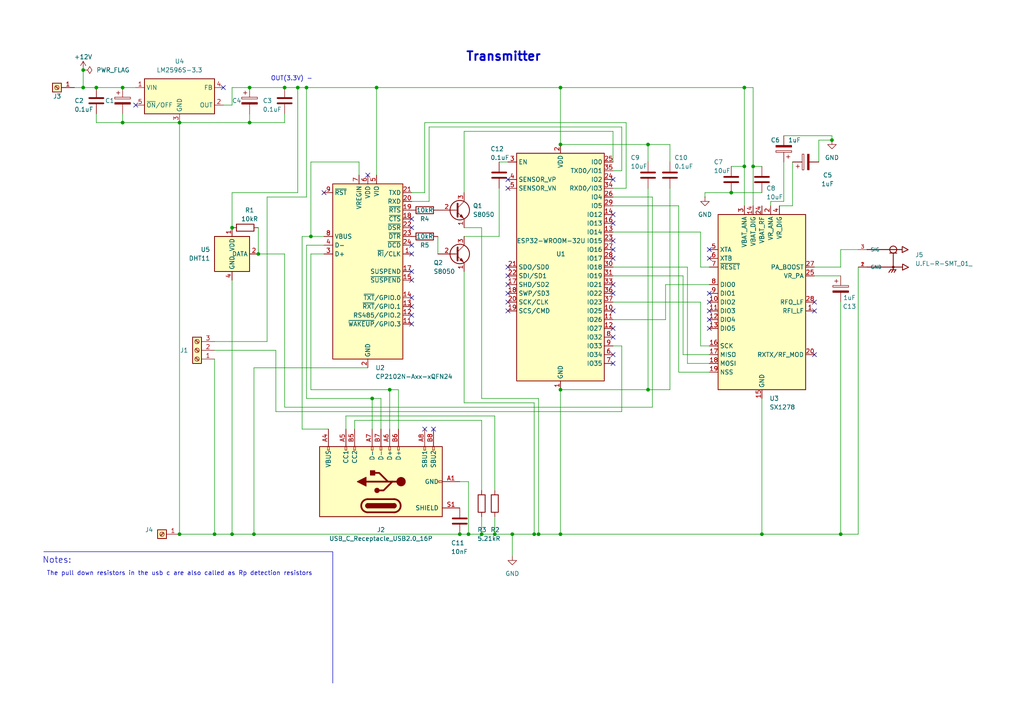
<source format=kicad_sch>
(kicad_sch (version 20231120) (generator "eeschema") (generator_version "8.0")
  (paper "A4")
  (lib_symbols
    (symbol "Connector:Screw_Terminal_01x01" (pin_names (offset 1.016) hide)
      (property "Reference" "J" (at 0 2.54 0))
      (property "Value" "Screw_Terminal_01x01" (at 0 -2.54 0))
      (symbol "Screw_Terminal_01x01_1_1"
        (rectangle (start -1.27 1.27) (end 1.27 -1.27) (stroke (width 0.254)) (fill (type background)))
        (polyline (pts (xy -0.5334 0.3302) (xy 0.3302 -0.508)) (stroke (width 0.1524)))
        (polyline (pts (xy -0.3556 0.508) (xy 0.508 -0.3302)) (stroke (width 0.1524)))
        (circle (center 0 0) (radius 0.635) (stroke (width 0.1524)))
        (pin passive line (at -5.08 0 0) (length 3.81) (name "Pin_1") (number "1"))
      )
    )
    (symbol "Connector:Screw_Terminal_01x03" (pin_names (offset 1.016) hide)
      (property "Reference" "J" (at 0 5.08 0))
      (property "Value" "Screw_Terminal_01x03" (at 0 -5.08 0))
      (symbol "Screw_Terminal_01x03_1_1"
        (rectangle (start -1.27 3.81) (end 1.27 -3.81) (stroke (width 0.254)) (fill (type background)))
        (circle (center 0 -2.54) (radius 0.635) (stroke (width 0.1524)))
        (polyline (pts (xy -0.5334 -2.2098) (xy 0.3302 -3.048)) (stroke (width 0.1524)))
        (polyline (pts (xy -0.5334 0.3302) (xy 0.3302 -0.508)) (stroke (width 0.1524)))
        (polyline (pts (xy -0.5334 2.8702) (xy 0.3302 2.032)) (stroke (width 0.1524)))
        (polyline (pts (xy -0.3556 -2.032) (xy 0.508 -2.8702)) (stroke (width 0.1524)))
        (polyline (pts (xy -0.3556 0.508) (xy 0.508 -0.3302)) (stroke (width 0.1524)))
        (polyline (pts (xy -0.3556 3.048) (xy 0.508 2.2098)) (stroke (width 0.1524)))
        (circle (center 0 0) (radius 0.635) (stroke (width 0.1524)))
        (circle (center 0 2.54) (radius 0.635) (stroke (width 0.1524)))
        (pin passive line (at -5.08 2.54 0) (length 3.81) (name "Pin_1") (number "1"))
        (pin passive line (at -5.08 0 0) (length 3.81) (name "Pin_2") (number "2"))
        (pin passive line (at -5.08 -2.54 0) (length 3.81) (name "Pin_3") (number "3"))
      )
    )
    (symbol "Connector:USB_C_Receptacle_USB2.0_16P" (pin_names (offset 1.016))
      (property "Reference" "J" (at 0 22.225 0))
      (property "Value" "USB_C_Receptacle_USB2.0_16P" (at 0 19.685 0))
      (symbol "USB_C_Receptacle_USB2.0_16P_0_0"
        (rectangle (start -0.254 -17.78) (end 0.254 -16.764))
        (rectangle (start 10.16 -14.986) (end 9.144 -15.494))
        (rectangle (start 10.16 -12.446) (end 9.144 -12.954))
        (rectangle (start 10.16 -4.826) (end 9.144 -5.334))
        (rectangle (start 10.16 -2.286) (end 9.144 -2.794))
        (rectangle (start 10.16 0.254) (end 9.144 -0.254))
        (rectangle (start 10.16 2.794) (end 9.144 2.286))
        (rectangle (start 10.16 7.874) (end 9.144 7.366))
        (rectangle (start 10.16 10.414) (end 9.144 9.906))
        (rectangle (start 10.16 15.494) (end 9.144 14.986))
      )
      (symbol "USB_C_Receptacle_USB2.0_16P_0_1"
        (rectangle (start -10.16 17.78) (end 10.16 -17.78) (stroke (width 0.254)) (fill (type background)))
        (arc (start -8.89 -3.81) (mid -6.985 -5.7067) (end -5.08 -3.81) (stroke (width 0.508)))
        (arc (start -7.62 -3.81) (mid -6.985 -4.4423) (end -6.35 -3.81) (stroke (width 0.254)))
        (arc (start -7.62 -3.81) (mid -6.985 -4.4423) (end -6.35 -3.81) (stroke (width 0.254)) (fill (type outline)))
        (rectangle (start -7.62 -3.81) (end -6.35 3.81) (stroke (width 0.254)) (fill (type outline)))
        (arc (start -6.35 3.81) (mid -6.985 4.4423) (end -7.62 3.81) (stroke (width 0.254)))
        (arc (start -6.35 3.81) (mid -6.985 4.4423) (end -7.62 3.81) (stroke (width 0.254)) (fill (type outline)))
        (arc (start -5.08 3.81) (mid -6.985 5.7067) (end -8.89 3.81) (stroke (width 0.508)))
        (circle (center -2.54 1.143) (radius 0.635) (stroke (width 0.254)) (fill (type outline)))
        (circle (center 0 -5.842) (radius 1.27) (fill (type outline)))
        (polyline (pts (xy -8.89 -3.81) (xy -8.89 3.81)) (stroke (width 0.508)))
        (polyline (pts (xy -5.08 3.81) (xy -5.08 -3.81)) (stroke (width 0.508)))
        (polyline (pts (xy 0 -5.842) (xy 0 4.318)) (stroke (width 0.508)))
        (polyline (pts (xy 0 -3.302) (xy -2.54 -0.762) (xy -2.54 0.508)) (stroke (width 0.508)))
        (polyline (pts (xy 0 -2.032) (xy 2.54 0.508) (xy 2.54 1.778)) (stroke (width 0.508)))
        (polyline (pts (xy -1.27 4.318) (xy 0 6.858) (xy 1.27 4.318) (xy -1.27 4.318)) (stroke (width 0.254)) (fill (type outline)))
        (rectangle (start 1.905 1.778) (end 3.175 3.048) (stroke (width 0.254)) (fill (type outline)))
      )
      (symbol "USB_C_Receptacle_USB2.0_16P_1_1"
        (pin passive line (at 0 -22.86 90) (length 5.08) (name "GND") (number "A1"))
        (pin passive line (at 0 -22.86 90) (length 5.08) hide (name "GND") (number "A12"))
        (pin passive line (at 15.24 15.24 180) (length 5.08) (name "VBUS") (number "A4"))
        (pin bidirectional line (at 15.24 10.16 180) (length 5.08) (name "CC1") (number "A5"))
        (pin bidirectional line (at 15.24 -2.54 180) (length 5.08) (name "D+") (number "A6"))
        (pin bidirectional line (at 15.24 2.54 180) (length 5.08) (name "D-") (number "A7"))
        (pin bidirectional line (at 15.24 -12.7 180) (length 5.08) (name "SBU1") (number "A8"))
        (pin passive line (at 15.24 15.24 180) (length 5.08) hide (name "VBUS") (number "A9"))
        (pin passive line (at 0 -22.86 90) (length 5.08) hide (name "GND") (number "B1"))
        (pin passive line (at 0 -22.86 90) (length 5.08) hide (name "GND") (number "B12"))
        (pin passive line (at 15.24 15.24 180) (length 5.08) hide (name "VBUS") (number "B4"))
        (pin bidirectional line (at 15.24 7.62 180) (length 5.08) (name "CC2") (number "B5"))
        (pin bidirectional line (at 15.24 -5.08 180) (length 5.08) (name "D+") (number "B6"))
        (pin bidirectional line (at 15.24 0 180) (length 5.08) (name "D-") (number "B7"))
        (pin bidirectional line (at 15.24 -15.24 180) (length 5.08) (name "SBU2") (number "B8"))
        (pin passive line (at 15.24 15.24 180) (length 5.08) hide (name "VBUS") (number "B9"))
        (pin passive line (at -7.62 -22.86 90) (length 5.08) (name "SHIELD") (number "S1"))
      )
    )
    (symbol "Device:C" (pin_numbers hide) (pin_names (offset 0.254))
      (property "Reference" "C" (at 0.635 2.54 0))
      (property "Value" "C" (at 0.635 -2.54 0))
      (symbol "C_0_1"
        (polyline (pts (xy -2.032 -0.762) (xy 2.032 -0.762)) (stroke (width 0.508)))
        (polyline (pts (xy -2.032 0.762) (xy 2.032 0.762)) (stroke (width 0.508)))
      )
      (symbol "C_1_1"
        (pin passive line (at 0 3.81 270) (length 2.794) (name "~") (number "1"))
        (pin passive line (at 0 -3.81 90) (length 2.794) (name "~") (number "2"))
      )
    )
    (symbol "Device:C_Polarized" (pin_numbers hide) (pin_names (offset 0.254))
      (property "Reference" "C" (at 0.635 2.54 0))
      (property "Value" "C_Polarized" (at 0.635 -2.54 0))
      (symbol "C_Polarized_0_1"
        (rectangle (start -2.286 0.508) (end 2.286 1.016))
        (polyline (pts (xy -1.778 2.286) (xy -0.762 2.286)))
        (polyline (pts (xy -1.27 2.794) (xy -1.27 1.778)))
        (rectangle (start 2.286 -0.508) (end -2.286 -1.016) (fill (type outline)))
      )
      (symbol "C_Polarized_1_1"
        (pin passive line (at 0 3.81 270) (length 2.794) (name "~") (number "1"))
        (pin passive line (at 0 -3.81 90) (length 2.794) (name "~") (number "2"))
      )
    )
    (symbol "Device:R" (pin_numbers hide) (pin_names (offset 0))
      (property "Reference" "R" (at 2.032 0 90))
      (property "Value" "R" (at 0 0 90))
      (symbol "R_0_1"
        (rectangle (start -1.016 -2.54) (end 1.016 2.54) (stroke (width 0.254)))
      )
      (symbol "R_1_1"
        (pin passive line (at 0 3.81 270) (length 1.27) (name "~") (number "1"))
        (pin passive line (at 0 -3.81 90) (length 1.27) (name "~") (number "2"))
      )
    )
    (symbol "Interface_USB:CP2102N-Axx-xQFN24"
      (property "Reference" "U" (at -8.89 26.67 0))
      (property "Value" "CP2102N-Axx-xQFN24" (at 13.97 26.67 0))
      (symbol "CP2102N-Axx-xQFN24_0_1"
        (rectangle (start -10.16 25.4) (end 10.16 -25.4) (stroke (width 0.254)) (fill (type background)))
      )
      (symbol "CP2102N-Axx-xQFN24_1_1"
        (pin bidirectional line (at 12.7 5.08 180) (length 2.54) (name "~{RI}/CLK") (number "1"))
        (pin no_connect line (at -10.16 -22.86 0) (length 2.54) hide (name "NC") (number "10"))
        (pin bidirectional line (at 12.7 -15.24 180) (length 2.54) (name "~{WAKEUP}/GPIO.3") (number "11"))
        (pin bidirectional line (at 12.7 -12.7 180) (length 2.54) (name "RS485/GPIO.2") (number "12"))
        (pin bidirectional line (at 12.7 -10.16 180) (length 2.54) (name "~{RXT}/GPIO.1") (number "13"))
        (pin bidirectional line (at 12.7 -7.62 180) (length 2.54) (name "~{TXT}/GPIO.0") (number "14"))
        (pin output line (at 12.7 -2.54 180) (length 2.54) (name "~{SUSPEND}") (number "15"))
        (pin no_connect line (at 10.16 -22.86 180) (length 2.54) hide (name "NC") (number "16"))
        (pin output line (at 12.7 0 180) (length 2.54) (name "SUSPEND") (number "17"))
        (pin input line (at 12.7 15.24 180) (length 2.54) (name "~{CTS}") (number "18"))
        (pin output line (at 12.7 17.78 180) (length 2.54) (name "~{RTS}") (number "19"))
        (pin power_in line (at 0 -27.94 90) (length 2.54) (name "GND") (number "2"))
        (pin input line (at 12.7 20.32 180) (length 2.54) (name "RXD") (number "20"))
        (pin output line (at 12.7 22.86 180) (length 2.54) (name "TXD") (number "21"))
        (pin input line (at 12.7 12.7 180) (length 2.54) (name "~{DSR}") (number "22"))
        (pin output line (at 12.7 10.16 180) (length 2.54) (name "~{DTR}") (number "23"))
        (pin input line (at 12.7 7.62 180) (length 2.54) (name "~{DCD}") (number "24"))
        (pin passive line (at 0 -27.94 90) (length 2.54) hide (name "GND") (number "25"))
        (pin bidirectional line (at -12.7 5.08 0) (length 2.54) (name "D+") (number "3"))
        (pin bidirectional line (at -12.7 7.62 0) (length 2.54) (name "D-") (number "4"))
        (pin power_in line (at 2.54 27.94 270) (length 2.54) (name "VIO") (number "5"))
        (pin power_in line (at 0 27.94 270) (length 2.54) (name "VDD") (number "6"))
        (pin power_in line (at -2.54 27.94 270) (length 2.54) (name "VREGIN") (number "7"))
        (pin input line (at -12.7 10.16 0) (length 2.54) (name "VBUS") (number "8"))
        (pin input line (at -12.7 22.86 0) (length 2.54) (name "~{RST}") (number "9"))
      )
    )
    (symbol "RF:SX1278"
      (property "Reference" "U" (at 13.97 24.13 0))
      (property "Value" "SX1278" (at 13.97 21.59 0))
      (symbol "SX1278_0_1"
        (rectangle (start -12.7 25.4) (end 12.7 -25.4) (stroke (width 0.254)) (fill (type background)))
      )
      (symbol "SX1278_1_1"
        (pin input line (at 15.24 -2.54 180) (length 2.54) (name "RFI_LF") (number "1"))
        (pin bidirectional line (at -15.24 0 0) (length 2.54) (name "DIO2") (number "10"))
        (pin bidirectional line (at -15.24 -2.54 0) (length 2.54) (name "DIO3") (number "11"))
        (pin bidirectional line (at -15.24 -5.08 0) (length 2.54) (name "DIO4") (number "12"))
        (pin bidirectional line (at -15.24 -7.62 0) (length 2.54) (name "DIO5") (number "13"))
        (pin power_in line (at -2.54 27.94 270) (length 2.54) (name "VBAT_DIG") (number "14"))
        (pin power_in line (at 0 -27.94 90) (length 2.54) (name "GND") (number "15"))
        (pin input line (at -15.24 -12.7 0) (length 2.54) (name "SCK") (number "16"))
        (pin output line (at -15.24 -15.24 0) (length 2.54) (name "MISO") (number "17"))
        (pin input line (at -15.24 -17.78 0) (length 2.54) (name "MOSI") (number "18"))
        (pin input line (at -15.24 -20.32 0) (length 2.54) (name "NSS") (number "19"))
        (pin power_in line (at 2.54 27.94 270) (length 2.54) (name "VR_ANA") (number "2"))
        (pin output line (at 15.24 -15.24 180) (length 2.54) (name "RXTX/RF_MOD") (number "20"))
        (pin passive line (at 0 -27.94 90) (length 2.54) hide (name "GND") (number "21"))
        (pin passive line (at 0 -27.94 90) (length 2.54) hide (name "GND") (number "22"))
        (pin passive line (at 0 -27.94 90) (length 2.54) hide (name "GND") (number "23"))
        (pin power_in line (at 0 27.94 270) (length 2.54) (name "VBAT_RF") (number "24"))
        (pin power_out line (at 15.24 7.62 180) (length 2.54) (name "VR_PA") (number "25"))
        (pin passive line (at 0 -27.94 90) (length 2.54) hide (name "GND") (number "26"))
        (pin power_out line (at 15.24 10.16 180) (length 2.54) (name "PA_BOOST") (number "27"))
        (pin output line (at 15.24 0 180) (length 2.54) (name "RFO_LF") (number "28"))
        (pin passive line (at 0 -27.94 90) (length 2.54) hide (name "GND") (number "29"))
        (pin power_in line (at -5.08 27.94 270) (length 2.54) (name "VBAT_ANA") (number "3"))
        (pin power_in line (at 5.08 27.94 270) (length 2.54) (name "VR_DIG") (number "4"))
        (pin bidirectional line (at -15.24 15.24 0) (length 2.54) (name "XTA") (number "5"))
        (pin bidirectional line (at -15.24 12.7 0) (length 2.54) (name "XTB") (number "6"))
        (pin input line (at -15.24 10.16 0) (length 2.54) (name "~{RESET}") (number "7"))
        (pin bidirectional line (at -15.24 5.08 0) (length 2.54) (name "DIO0") (number "8"))
        (pin bidirectional line (at -15.24 2.54 0) (length 2.54) (name "DIO1") (number "9"))
      )
    )
    (symbol "RF_Module:ESP32-WROOM-32U"
      (property "Reference" "U" (at -12.7 34.29 0))
      (property "Value" "ESP32-WROOM-32U" (at 1.27 34.29 0))
      (symbol "ESP32-WROOM-32U_0_1"
        (rectangle (start -12.7 33.02) (end 12.7 -33.02) (stroke (width 0.254)) (fill (type background)))
      )
      (symbol "ESP32-WROOM-32U_1_1"
        (pin power_in line (at 0 -35.56 90) (length 2.54) (name "GND") (number "1"))
        (pin bidirectional line (at 15.24 -12.7 180) (length 2.54) (name "IO25") (number "10"))
        (pin bidirectional line (at 15.24 -15.24 180) (length 2.54) (name "IO26") (number "11"))
        (pin bidirectional line (at 15.24 -17.78 180) (length 2.54) (name "IO27") (number "12"))
        (pin bidirectional line (at 15.24 10.16 180) (length 2.54) (name "IO14") (number "13"))
        (pin bidirectional line (at 15.24 15.24 180) (length 2.54) (name "IO12") (number "14"))
        (pin passive line (at 0 -35.56 90) (length 2.54) hide (name "GND") (number "15"))
        (pin bidirectional line (at 15.24 12.7 180) (length 2.54) (name "IO13") (number "16"))
        (pin bidirectional line (at -15.24 -5.08 0) (length 2.54) (name "SHD/SD2") (number "17"))
        (pin bidirectional line (at -15.24 -7.62 0) (length 2.54) (name "SWP/SD3") (number "18"))
        (pin bidirectional line (at -15.24 -12.7 0) (length 2.54) (name "SCS/CMD") (number "19"))
        (pin power_in line (at 0 35.56 270) (length 2.54) (name "VDD") (number "2"))
        (pin bidirectional line (at -15.24 -10.16 0) (length 2.54) (name "SCK/CLK") (number "20"))
        (pin bidirectional line (at -15.24 0 0) (length 2.54) (name "SDO/SD0") (number "21"))
        (pin bidirectional line (at -15.24 -2.54 0) (length 2.54) (name "SDI/SD1") (number "22"))
        (pin bidirectional line (at 15.24 7.62 180) (length 2.54) (name "IO15") (number "23"))
        (pin bidirectional line (at 15.24 25.4 180) (length 2.54) (name "IO2") (number "24"))
        (pin bidirectional line (at 15.24 30.48 180) (length 2.54) (name "IO0") (number "25"))
        (pin bidirectional line (at 15.24 20.32 180) (length 2.54) (name "IO4") (number "26"))
        (pin bidirectional line (at 15.24 5.08 180) (length 2.54) (name "IO16") (number "27"))
        (pin bidirectional line (at 15.24 2.54 180) (length 2.54) (name "IO17") (number "28"))
        (pin bidirectional line (at 15.24 17.78 180) (length 2.54) (name "IO5") (number "29"))
        (pin input line (at -15.24 30.48 0) (length 2.54) (name "EN") (number "3"))
        (pin bidirectional line (at 15.24 0 180) (length 2.54) (name "IO18") (number "30"))
        (pin bidirectional line (at 15.24 -2.54 180) (length 2.54) (name "IO19") (number "31"))
        (pin no_connect line (at -12.7 -27.94 0) (length 2.54) hide (name "NC") (number "32"))
        (pin bidirectional line (at 15.24 -5.08 180) (length 2.54) (name "IO21") (number "33"))
        (pin bidirectional line (at 15.24 22.86 180) (length 2.54) (name "RXD0/IO3") (number "34"))
        (pin bidirectional line (at 15.24 27.94 180) (length 2.54) (name "TXD0/IO1") (number "35"))
        (pin bidirectional line (at 15.24 -7.62 180) (length 2.54) (name "IO22") (number "36"))
        (pin bidirectional line (at 15.24 -10.16 180) (length 2.54) (name "IO23") (number "37"))
        (pin passive line (at 0 -35.56 90) (length 2.54) hide (name "GND") (number "38"))
        (pin passive line (at 0 -35.56 90) (length 2.54) hide (name "GND") (number "39"))
        (pin input line (at -15.24 25.4 0) (length 2.54) (name "SENSOR_VP") (number "4"))
        (pin input line (at -15.24 22.86 0) (length 2.54) (name "SENSOR_VN") (number "5"))
        (pin input line (at 15.24 -25.4 180) (length 2.54) (name "IO34") (number "6"))
        (pin input line (at 15.24 -27.94 180) (length 2.54) (name "IO35") (number "7"))
        (pin bidirectional line (at 15.24 -20.32 180) (length 2.54) (name "IO32") (number "8"))
        (pin bidirectional line (at 15.24 -22.86 180) (length 2.54) (name "IO33") (number "9"))
      )
    )
    (symbol "Regulator_Switching:LM2596S-3.3"
      (property "Reference" "U" (at -10.16 6.35 0))
      (property "Value" "LM2596S-3.3" (at 0 6.35 0))
      (symbol "LM2596S-3.3_0_1"
        (rectangle (start -10.16 5.08) (end 10.16 -5.08) (stroke (width 0.254)) (fill (type background)))
      )
      (symbol "LM2596S-3.3_1_1"
        (pin power_in line (at -12.7 2.54 0) (length 2.54) (name "VIN") (number "1"))
        (pin output line (at 12.7 -2.54 180) (length 2.54) (name "OUT") (number "2"))
        (pin power_in line (at 0 -7.62 90) (length 2.54) (name "GND") (number "3"))
        (pin input line (at 12.7 2.54 180) (length 2.54) (name "FB") (number "4"))
        (pin input line (at -12.7 -2.54 0) (length 2.54) (name "~{ON}/OFF") (number "5"))
      )
    )
    (symbol "Sensor:DHT11"
      (property "Reference" "U" (at -3.81 6.35 0))
      (property "Value" "DHT11" (at 3.81 6.35 0))
      (symbol "DHT11_0_1"
        (rectangle (start -5.08 5.08) (end 5.08 -5.08) (stroke (width 0.254)) (fill (type background)))
      )
      (symbol "DHT11_1_1"
        (pin power_in line (at 0 7.62 270) (length 2.54) (name "VDD") (number "1"))
        (pin bidirectional line (at 7.62 0 180) (length 2.54) (name "DATA") (number "2"))
        (pin no_connect line (at -5.08 0 0) (length 2.54) hide (name "NC") (number "3"))
        (pin power_in line (at 0 -7.62 90) (length 2.54) (name "GND") (number "4"))
      )
    )
    (symbol "Transistor_BJT:S8050" (pin_names (offset 0) hide)
      (property "Reference" "Q" (at 5.08 1.905 0))
      (property "Value" "S8050" (at 5.08 0 0))
      (symbol "S8050_0_1"
        (polyline (pts (xy 0 0) (xy 0.635 0)))
        (polyline (pts (xy 0.635 0.635) (xy 2.54 2.54)))
        (polyline (pts (xy 0.635 -0.635) (xy 2.54 -2.54) (xy 2.54 -2.54)))
        (polyline (pts (xy 0.635 1.905) (xy 0.635 -1.905) (xy 0.635 -1.905)) (stroke (width 0.508)))
        (polyline (pts (xy 1.27 -1.778) (xy 1.778 -1.27) (xy 2.286 -2.286) (xy 1.27 -1.778) (xy 1.27 -1.778)) (fill (type outline)))
        (circle (center 1.27 0) (radius 2.8194) (stroke (width 0.254)))
      )
      (symbol "S8050_1_1"
        (pin passive line (at 2.54 -5.08 90) (length 2.54) (name "E") (number "1"))
        (pin input line (at -5.08 0 0) (length 5.08) (name "B") (number "2"))
        (pin passive line (at 2.54 5.08 270) (length 2.54) (name "C") (number "3"))
      )
    )
    (symbol "U.FL-R-SMT_01_:U.FL-R-SMT_01_" (pin_names (offset 1.016))
      (property "Reference" "J" (at -3.8186 4.0731 0))
      (property "Value" "U.FL-R-SMT_01_" (at -4.3278 -5.6007 0))
      (symbol "U.FL-R-SMT_01__0_0"
        (circle (center 0 -2.54) (radius 0.254) (stroke (width 0.254)))
        (polyline (pts (xy -7.62 -2.54) (xy 0 -2.54)) (stroke (width 0.254)))
        (polyline (pts (xy -7.62 2.54) (xy 2.54 2.54)) (stroke (width 0.254)))
        (polyline (pts (xy -1.016 1.524) (xy 0 1.524)) (stroke (width 0.254)))
        (polyline (pts (xy -0.762 -3.302) (xy -1.27 -4.064)) (stroke (width 0.254)))
        (polyline (pts (xy 0 -3.302) (xy -0.762 -3.302)) (stroke (width 0.254)))
        (polyline (pts (xy 0 -3.302) (xy -0.508 -4.064)) (stroke (width 0.254)))
        (polyline (pts (xy 0 -3.302) (xy 0.762 -3.302)) (stroke (width 0.254)))
        (polyline (pts (xy 0 -2.54) (xy 0 -3.302)) (stroke (width 0.254)))
        (polyline (pts (xy 0 1.524) (xy 0 -2.54)) (stroke (width 0.254)))
        (polyline (pts (xy 0 1.524) (xy 1.016 1.524)) (stroke (width 0.254)))
        (polyline (pts (xy 0.762 -3.302) (xy 0.254 -4.064)) (stroke (width 0.254)))
        (polyline (pts (xy 2.54 -2.54) (xy 0 -2.54)) (stroke (width 0.254)))
        (polyline (pts (xy 2.6 1.7) (xy 4.3 2.5)) (stroke (width 0.254)))
        (polyline (pts (xy 2.6 3.4) (xy 2.6 1.7)) (stroke (width 0.254)))
        (polyline (pts (xy 2.7 -3.4) (xy 4.4 -2.6)) (stroke (width 0.254)))
        (polyline (pts (xy 2.7 -1.7) (xy 2.7 -3.4)) (stroke (width 0.254)))
        (polyline (pts (xy 4.3 2.5) (xy 2.7 3.4)) (stroke (width 0.254)))
        (polyline (pts (xy 4.4 -2.6) (xy 2.8 -1.7)) (stroke (width 0.254)))
        (circle (center 0 2.54) (radius 1.016) (stroke (width 0.254)))
        (pin passive line (at -10.16 -2.54 0) (length 2.54) (name "GND") (number "1"))
        (pin passive line (at -10.16 -2.54 0) (length 2.54) (name "GND") (number "2"))
        (pin passive line (at -10.16 2.54 0) (length 2.54) (name "SIG") (number "3"))
      )
    )
    (symbol "power:+12V" (power) (pin_numbers hide) (pin_names (offset 0) hide)
      (property "Value" "+12V" (at 0 3.556 0))
      (symbol "+12V_0_1"
        (polyline (pts (xy -0.762 1.27) (xy 0 2.54)))
        (polyline (pts (xy 0 0) (xy 0 2.54)))
        (polyline (pts (xy 0 2.54) (xy 0.762 1.27)))
      )
      (symbol "+12V_1_1"
        (pin power_in line (at 0 0 90) (length 0) (name "~") (number "1"))
      )
    )
    (symbol "power:GND" (power) (pin_numbers hide) (pin_names (offset 0) hide)
      (property "Value" "GND" (at 0 -3.81 0))
      (symbol "GND_0_1"
        (polyline (pts (xy 0 0) (xy 0 -1.27) (xy 1.27 -1.27) (xy 0 -2.54) (xy -1.27 -1.27) (xy 0 -1.27)))
      )
      (symbol "GND_1_1"
        (pin power_in line (at 0 0 270) (length 0) (name "~") (number "1"))
      )
    )
    (symbol "power:PWR_FLAG" (power) (pin_numbers hide) (pin_names (offset 0) hide)
      (property "Value" "PWR_FLAG" (at 0 3.81 0))
      (symbol "PWR_FLAG_0_0"
        (pin power_out line (at 0 0 90) (length 0) (name "~") (number "1"))
      )
      (symbol "PWR_FLAG_0_1"
        (polyline (pts (xy 0 0) (xy 0 1.27) (xy -1.016 1.905) (xy 0 2.54) (xy 1.016 1.905) (xy 0 1.27)))
      )
    )
  )
  (junction (at 73.66 154.94))
  (junction (at 113.03 113.03))
  (junction (at 72.39 25.4))
  (junction (at 187.96 113.03))
  (junction (at 243.84 154.94))
  (junction (at 82.55 25.4))
  (junction (at 27.94 25.4))
  (junction (at 52.07 35.56))
  (junction (at 67.31 66.04))
  (junction (at 162.56 41.91))
  (junction (at 215.9 48.26))
  (junction (at 162.56 154.94))
  (junction (at 218.44 48.26))
  (junction (at 107.95 115.57))
  (junction (at 67.31 154.94))
  (junction (at 109.22 25.4))
  (junction (at 156.21 154.94))
  (junction (at 86.36 25.4))
  (junction (at 135.89 154.94))
  (junction (at 162.56 113.03))
  (junction (at 35.56 25.4))
  (junction (at 143.51 154.94))
  (junction (at 24.13 25.4))
  (junction (at 90.17 68.58))
  (junction (at 74.93 73.66))
  (junction (at 133.35 154.94))
  (junction (at 212.09 55.88))
  (junction (at 148.59 154.94))
  (junction (at 88.9 25.4))
  (junction (at 215.9 25.4))
  (junction (at 24.13 20.32))
  (junction (at 187.96 41.91))
  (junction (at 52.07 154.94))
  (junction (at 62.23 154.94))
  (junction (at 162.56 25.4))
  (junction (at 72.39 35.56))
  (junction (at 139.7 154.94))
  (junction (at 154.94 154.94))
  (junction (at 241.3 40.64))
  (junction (at 220.98 154.94))
  (junction (at 35.56 35.56))
  (no_connect (at 177.8 85.09))
  (no_connect (at 177.8 52.07))
  (no_connect (at 64.77 25.4))
  (no_connect (at 236.22 90.17))
  (no_connect (at 119.38 73.66))
  (no_connect (at 147.32 82.55))
  (no_connect (at 177.8 102.87))
  (no_connect (at 147.32 80.01))
  (no_connect (at 119.38 86.36))
  (no_connect (at 119.38 93.98))
  (no_connect (at 177.8 62.23))
  (no_connect (at 125.73 124.46))
  (no_connect (at 119.38 91.44))
  (no_connect (at 119.38 88.9))
  (no_connect (at 177.8 64.77))
  (no_connect (at 177.8 97.79))
  (no_connect (at 119.38 63.5))
  (no_connect (at 119.38 78.74))
  (no_connect (at 177.8 69.85))
  (no_connect (at 177.8 105.41))
  (no_connect (at 147.32 52.07))
  (no_connect (at 147.32 85.09))
  (no_connect (at 119.38 66.04))
  (no_connect (at 205.74 95.25))
  (no_connect (at 147.32 54.61))
  (no_connect (at 123.19 124.46))
  (no_connect (at 177.8 72.39))
  (no_connect (at 147.32 87.63))
  (no_connect (at 93.98 55.88))
  (no_connect (at 205.74 87.63))
  (no_connect (at 177.8 90.17))
  (no_connect (at 205.74 74.93))
  (no_connect (at 177.8 95.25))
  (no_connect (at 119.38 71.12))
  (no_connect (at 205.74 85.09))
  (no_connect (at 147.32 77.47))
  (no_connect (at 177.8 74.93))
  (no_connect (at 177.8 82.55))
  (no_connect (at 147.32 90.17))
  (no_connect (at 236.22 102.87))
  (no_connect (at 119.38 81.28))
  (no_connect (at 205.74 72.39))
  (no_connect (at 205.74 90.17))
  (no_connect (at 39.37 30.48))
  (no_connect (at 205.74 92.71))
  (no_connect (at 106.68 50.8))
  (no_connect (at 236.22 87.63))
  (wire (pts (xy 237.49 40.64) (xy 241.3 40.64)))
  (wire (pts (xy 193.04 82.55) (xy 205.74 82.55)))
  (wire (pts (xy 143.51 120.65) (xy 100.33 120.65)))
  (wire (pts (xy 87.63 124.46) (xy 95.25 124.46)))
  (wire (pts (xy 82.55 118.11) (xy 82.55 73.66)))
  (wire (pts (xy 199.39 77.47) (xy 199.39 105.41)))
  (wire (pts (xy 177.8 57.15) (xy 189.23 57.15)))
  (wire (pts (xy 144.78 68.58) (xy 144.78 54.61)))
  (wire (pts (xy 196.85 107.95) (xy 205.74 107.95)))
  (wire (pts (xy 203.2 87.63) (xy 203.2 100.33)))
  (wire (pts (xy 248.92 154.94) (xy 243.84 154.94)))
  (wire (pts (xy 243.84 77.47) (xy 243.84 72.39)))
  (wire (pts (xy 72.39 25.4) (xy 82.55 25.4)))
  (wire (pts (xy 189.23 118.11) (xy 82.55 118.11)))
  (wire (pts (xy 77.47 57.15) (xy 88.9 57.15)))
  (wire (pts (xy 77.47 99.06) (xy 77.47 57.15)))
  (wire (pts (xy 139.7 66.04) (xy 139.7 115.57)))
  (wire (pts (xy 243.84 72.39) (xy 248.92 72.39)))
  (wire (pts (xy 198.12 80.01) (xy 198.12 102.87)))
  (wire (pts (xy 72.39 35.56) (xy 82.55 35.56)))
  (wire (pts (xy 27.94 25.4) (xy 35.56 25.4)))
  (wire (pts (xy 88.9 71.12) (xy 88.9 115.57)))
  (wire (pts (xy 110.49 115.57) (xy 107.95 115.57)))
  (wire (pts (xy 143.51 154.94) (xy 148.59 154.94)))
  (wire (pts (xy 67.31 154.94) (xy 73.66 154.94)))
  (wire (pts (xy 139.7 115.57) (xy 156.21 115.57)))
  (wire (pts (xy 177.8 92.71) (xy 193.04 92.71)))
  (wire (pts (xy 62.23 99.06) (xy 77.47 99.06)))
  (wire (pts (xy 218.44 48.26) (xy 220.98 48.26)))
  (wire (pts (xy 156.21 154.94) (xy 162.56 154.94)))
  (wire (pts (xy 139.7 154.94) (xy 143.51 154.94)))
  (wire (pts (xy 82.55 33.02) (xy 82.55 35.56)))
  (wire (pts (xy 109.22 25.4) (xy 162.56 25.4)))
  (wire (pts (xy 229.87 46.99) (xy 229.87 59.69)))
  (wire (pts (xy 90.17 113.03) (xy 113.03 113.03)))
  (wire (pts (xy 93.98 68.58) (xy 90.17 68.58)))
  (wire (pts (xy 227.33 46.99) (xy 227.33 58.42)))
  (wire (pts (xy 241.3 39.37) (xy 241.3 40.64)))
  (wire (pts (xy 148.59 154.94) (xy 154.94 154.94)))
  (wire (pts (xy 215.9 25.4) (xy 215.9 48.26)))
  (wire (pts (xy 203.2 77.47) (xy 205.74 77.47)))
  (wire (pts (xy 189.23 57.15) (xy 189.23 118.11)))
  (wire (pts (xy 212.09 48.26) (xy 215.9 48.26)))
  (wire (pts (xy 215.9 48.26) (xy 215.9 59.69)))
  (wire (pts (xy 143.51 149.86) (xy 143.51 154.94)))
  (wire (pts (xy 203.2 100.33) (xy 205.74 100.33)))
  (wire (pts (xy 215.9 25.4) (xy 218.44 25.4)))
  (wire (pts (xy 62.23 154.94) (xy 67.31 154.94)))
  (wire (pts (xy 180.34 49.53) (xy 177.8 49.53)))
  (wire (pts (xy 204.47 55.88) (xy 204.47 57.15)))
  (wire (pts (xy 73.66 154.94) (xy 133.35 154.94)))
  (wire (pts (xy 177.8 77.47) (xy 199.39 77.47)))
  (wire (pts (xy 24.13 20.32) (xy 24.13 25.4)))
  (wire (pts (xy 237.49 46.99) (xy 237.49 40.64)))
  (wire (pts (xy 162.56 25.4) (xy 162.56 41.91)))
  (wire (pts (xy 143.51 142.24) (xy 143.51 120.65)))
  (wire (pts (xy 93.98 73.66) (xy 90.17 73.66)))
  (wire (pts (xy 218.44 25.4) (xy 218.44 48.26)))
  (wire (pts (xy 88.9 115.57) (xy 107.95 115.57)))
  (wire (pts (xy 177.8 87.63) (xy 203.2 87.63)))
  (wire (pts (xy 73.66 106.68) (xy 73.66 154.94)))
  (wire (pts (xy 90.17 73.66) (xy 90.17 113.03)))
  (wire (pts (xy 162.56 154.94) (xy 220.98 154.94)))
  (wire (pts (xy 100.33 120.65) (xy 100.33 124.46)))
  (wire (pts (xy 52.07 35.56) (xy 72.39 35.56)))
  (wire (pts (xy 212.09 55.88) (xy 220.98 55.88)))
  (wire (pts (xy 133.35 154.94) (xy 135.89 154.94)))
  (wire (pts (xy 177.8 38.1) (xy 177.8 46.99)))
  (wire (pts (xy 21.59 25.4) (xy 24.13 25.4)))
  (wire (pts (xy 134.62 78.74) (xy 134.62 116.84)))
  (wire (pts (xy 88.9 57.15) (xy 88.9 25.4)))
  (wire (pts (xy 139.7 121.92) (xy 139.7 142.24)))
  (wire (pts (xy 62.23 104.14) (xy 62.23 154.94)))
  (wire (pts (xy 223.52 58.42) (xy 223.52 59.69)))
  (wire (pts (xy 162.56 113.03) (xy 162.56 154.94)))
  (wire (pts (xy 123.19 35.56) (xy 181.61 35.56)))
  (wire (pts (xy 86.36 25.4) (xy 88.9 25.4)))
  (wire (pts (xy 148.59 161.29) (xy 148.59 154.94)))
  (wire (pts (xy 115.57 113.03) (xy 115.57 124.46)))
  (wire (pts (xy 104.14 46.99) (xy 90.17 46.99)))
  (wire (pts (xy 134.62 55.88) (xy 134.62 38.1)))
  (wire (pts (xy 123.19 55.88) (xy 123.19 35.56)))
  (wire (pts (xy 80.01 119.38) (xy 80.01 101.6)))
  (wire (pts (xy 220.98 115.57) (xy 220.98 154.94)))
  (wire (pts (xy 243.84 154.94) (xy 220.98 154.94)))
  (wire (pts (xy 27.94 33.02) (xy 27.94 35.56)))
  (wire (pts (xy 196.85 59.69) (xy 196.85 107.95)))
  (wire (pts (xy 177.8 80.01) (xy 198.12 80.01)))
  (wire (pts (xy 52.07 35.56) (xy 52.07 154.94)))
  (wire (pts (xy 204.47 55.88) (xy 212.09 55.88)))
  (wire (pts (xy 110.49 124.46) (xy 110.49 115.57)))
  (wire (pts (xy 67.31 55.88) (xy 86.36 55.88)))
  (wire (pts (xy 113.03 113.03) (xy 113.03 124.46)))
  (wire (pts (xy 180.34 36.83) (xy 180.34 49.53)))
  (wire (pts (xy 82.55 25.4) (xy 86.36 25.4)))
  (wire (pts (xy 187.96 46.99) (xy 187.96 41.91)))
  (wire (pts (xy 236.22 80.01) (xy 243.84 80.01)))
  (wire (pts (xy 187.96 41.91) (xy 194.31 41.91)))
  (wire (pts (xy 203.2 77.47) (xy 203.2 67.31)))
  (wire (pts (xy 156.21 115.57) (xy 156.21 154.94)))
  (wire (pts (xy 134.62 38.1) (xy 177.8 38.1)))
  (wire (pts (xy 127 68.58) (xy 127 73.66)))
  (wire (pts (xy 162.56 41.91) (xy 187.96 41.91)))
  (wire (pts (xy 187.96 54.61) (xy 187.96 113.03)))
  (wire (pts (xy 35.56 33.02) (xy 35.56 35.56)))
  (wire (pts (xy 90.17 68.58) (xy 87.63 68.58)))
  (wire (pts (xy 104.14 50.8) (xy 104.14 46.99)))
  (polyline (pts (xy 12.7 160.02) (xy 96.52 160.02)))
  (wire (pts (xy 139.7 149.86) (xy 139.7 154.94)))
  (wire (pts (xy 109.22 25.4) (xy 109.22 50.8)))
  (wire (pts (xy 180.34 119.38) (xy 80.01 119.38)))
  (wire (pts (xy 243.84 87.63) (xy 243.84 154.94)))
  (wire (pts (xy 35.56 25.4) (xy 39.37 25.4)))
  (wire (pts (xy 187.96 113.03) (xy 194.31 113.03)))
  (wire (pts (xy 177.8 59.69) (xy 196.85 59.69)))
  (wire (pts (xy 124.46 58.42) (xy 124.46 36.83)))
  (polyline (pts (xy 96.52 160.02) (xy 96.52 198.12)))
  (wire (pts (xy 180.34 100.33) (xy 180.34 119.38)))
  (wire (pts (xy 177.8 100.33) (xy 180.34 100.33)))
  (wire (pts (xy 154.94 154.94) (xy 156.21 154.94)))
  (wire (pts (xy 86.36 55.88) (xy 86.36 25.4)))
  (wire (pts (xy 64.77 30.48) (xy 67.31 30.48)))
  (wire (pts (xy 194.31 46.99) (xy 194.31 41.91)))
  (wire (pts (xy 223.52 58.42) (xy 227.33 58.42)))
  (wire (pts (xy 113.03 113.03) (xy 115.57 113.03)))
  (wire (pts (xy 124.46 36.83) (xy 180.34 36.83)))
  (wire (pts (xy 102.87 124.46) (xy 102.87 121.92)))
  (wire (pts (xy 67.31 25.4) (xy 72.39 25.4)))
  (wire (pts (xy 72.39 33.02) (xy 72.39 35.56)))
  (wire (pts (xy 119.38 55.88) (xy 123.19 55.88)))
  (wire (pts (xy 88.9 25.4) (xy 109.22 25.4)))
  (wire (pts (xy 52.07 154.94) (xy 62.23 154.94)))
  (wire (pts (xy 177.8 67.31) (xy 203.2 67.31)))
  (wire (pts (xy 102.87 121.92) (xy 139.7 121.92)))
  (wire (pts (xy 198.12 102.87) (xy 205.74 102.87)))
  (wire (pts (xy 162.56 25.4) (xy 215.9 25.4)))
  (wire (pts (xy 87.63 68.58) (xy 87.63 124.46)))
  (wire (pts (xy 133.35 139.7) (xy 135.89 139.7)))
  (wire (pts (xy 24.13 25.4) (xy 27.94 25.4)))
  (wire (pts (xy 135.89 139.7) (xy 135.89 154.94)))
  (wire (pts (xy 181.61 35.56) (xy 181.61 54.61)))
  (wire (pts (xy 74.93 73.66) (xy 82.55 73.66)))
  (wire (pts (xy 90.17 46.99) (xy 90.17 68.58)))
  (wire (pts (xy 93.98 71.12) (xy 88.9 71.12)))
  (wire (pts (xy 134.62 116.84) (xy 154.94 116.84)))
  (wire (pts (xy 236.22 77.47) (xy 243.84 77.47)))
  (wire (pts (xy 67.31 66.04) (xy 67.31 55.88)))
  (wire (pts (xy 27.94 35.56) (xy 35.56 35.56)))
  (wire (pts (xy 135.89 154.94) (xy 139.7 154.94)))
  (wire (pts (xy 193.04 92.71) (xy 193.04 82.55)))
  (wire (pts (xy 199.39 105.41) (xy 205.74 105.41)))
  (wire (pts (xy 67.31 81.28) (xy 67.31 154.94)))
  (wire (pts (xy 218.44 48.26) (xy 218.44 59.69)))
  (wire (pts (xy 194.31 54.61) (xy 194.31 113.03)))
  (wire (pts (xy 35.56 35.56) (xy 52.07 35.56)))
  (wire (pts (xy 154.94 116.84) (xy 154.94 154.94)))
  (wire (pts (xy 134.62 68.58) (xy 144.78 68.58)))
  (wire (pts (xy 229.87 59.69) (xy 226.06 59.69)))
  (wire (pts (xy 106.68 106.68) (xy 73.66 106.68)))
  (wire (pts (xy 107.95 115.57) (xy 107.95 124.46)))
  (wire (pts (xy 181.61 54.61) (xy 177.8 54.61)))
  (wire (pts (xy 74.93 66.04) (xy 74.93 73.66)))
  (wire (pts (xy 80.01 101.6) (xy 62.23 101.6)))
  (wire (pts (xy 162.56 113.03) (xy 187.96 113.03)))
  (wire (pts (xy 248.92 77.47) (xy 248.92 154.94)))
  (wire (pts (xy 67.31 30.48) (xy 67.31 25.4)))
  (wire (pts (xy 227.33 39.37) (xy 241.3 39.37)))
  (wire (pts (xy 134.62 66.04) (xy 139.7 66.04)))
  (wire (pts (xy 119.38 58.42) (xy 124.46 58.42)))
  (wire (pts (xy 144.78 46.99) (xy 147.32 46.99)))
  (text "Notes:\n" (at 16.51 162.56 0) (effects (font (size 1.778 1.778))))
  (text "Transmitter" (at 146.05 16.51 0) (effects (font (size 2.54 2.54) (thickness 0.508) (bold yes))))
  (text "The pull down resistors in the usb c are also called as Rp detection resistors" (at 52.07 166.37 0) (effects (font (size 1.27 1.27))))
  (text "OUT(3.3V) - " (at 85.09 22.86 0) (effects (font (size 1.27 1.27))))
  (symbol (lib_id "Transistor_BJT:S8050") (at 132.08 60.96 0) (unit 1)
    (property "Reference" "Q1" (at 137.16 59.6899 0) (effects (justify left)))
    (property "Value" "S8050" (at 137.16 62.2299 0) (effects (justify left)))
    (property "Footprint" "Package_TO_SOT_THT:TO-92_Inline" (effects (hide yes)))
    (property "Datasheet" "http://www.unisonic.com.tw/datasheet/S8050.pdf" (effects (hide yes)))
    (property "Description" "0.7A Ic, 20V Vce, Low Voltage High Current NPN Transistor, TO-92" (effects (hide yes)))
  )
  (symbol (lib_id "Device:R") (at 143.51 146.05 0) (unit 1)
    (property "Reference" "R2" (at 142.24 153.67 0) (effects (justify left)))
    (property "Value" "5.21kR" (at 138.43 156.21 0) (effects (justify left)))
    (property "Footprint" "Capacitor_SMD:C_0603_1608Metric_Pad1.08x0.95mm_HandSolder" (effects (hide yes)))
    (property "Description" "Resistor" (effects (hide yes)))
  )
  (symbol (lib_id "Connector:Screw_Terminal_01x03") (at 57.15 101.6 180) (unit 1)
    (property "Reference" "J1" (at 54.61 101.6 0) (effects (justify left)))
    (property "Value" "Screw_Terminal_01x03" (effects (hide yes)))
    (property "Footprint" "TerminalBlock_Phoenix:TerminalBlock_Phoenix_MKDS-3-3-5.08_1x03_P5.08mm_Horizontal" (effects (hide yes)))
    (property "Description" "Generic screw terminal, single row, 01x03, script generated (kicad-library-utils/schlib/autogen/connector/)" (effects (hide yes)))
  )
  (symbol (lib_id "Device:C") (at 133.35 151.13 0) (unit 1)
    (property "Reference" "C11" (at 130.81 157.48 0) (effects (justify left)))
    (property "Value" "10nF" (at 130.81 160.02 0) (effects (justify left)))
    (property "Footprint" "Capacitor_SMD:C_0603_1608Metric_Pad1.08x0.95mm_HandSolder" (effects (hide yes)))
    (property "Description" "Unpolarized capacitor" (effects (hide yes)))
  )
  (symbol (lib_id "power:GND") (at 148.59 161.29 0) (unit 1)
    (property "Reference" "#PWR02" (effects (hide yes)))
    (property "Value" "GND" (at 148.59 166.37 0))
    (property "Description" "Power symbol creates a global label with name \"GND\" , ground" (effects (hide yes)))
  )
  (symbol (lib_id "Device:C_Polarized") (at 72.39 29.21 0) (unit 1)
    (property "Reference" "C4" (at 67.31 29.21 0) (effects (justify left)))
    (property "Value" "100uF" (effects (hide yes)))
    (property "Footprint" "Capacitor_SMD:CP_Elec_3x5.3" (effects (hide yes)))
    (property "Description" "Polarized capacitor" (effects (hide yes)))
  )
  (symbol (lib_id "U.FL-R-SMT_01_:U.FL-R-SMT_01_") (at 259.08 74.93 0) (unit 1)
    (property "Reference" "J5" (at 265.43 73.9139 0) (effects (justify left)))
    (property "Value" "U.FL-R-SMT_01_" (at 265.43 76.4539 0) (effects (justify left)))
    (property "Footprint" "UFL CONNECTOR:HRS_U.FL-R-SMT_01_" (effects (hide yes)))
    (property "MF" "Hirose Electric Co Ltd" (effects (hide yes)))
    (property "DESCRIPTION" "U.FL Series 6 Ghz 50 Ohm Ultra-small SMT Coaxial Cable Receptacle" (effects (hide yes)))
    (property "PACKAGE" "None" (effects (hide yes)))
    (property "PRICE" "0.84 USD" (effects (hide yes)))
    (property "Package" "None" (effects (hide yes)))
    (property "Check_prices" "https://www.snapeda.com/parts/U.FL-R-SMT(01)/Hirose+Electric+Co+Ltd/view-part/?ref=eda" (effects (hide yes)))
    (property "Price" "None" (effects (hide yes)))
    (property "SnapEDA_Link" "https://www.snapeda.com/parts/U.FL-R-SMT(01)/Hirose+Electric+Co+Ltd/view-part/?ref=snap" (effects (hide yes)))
    (property "MP" "U.FL-R-SMT(01)" (effects (hide yes)))
    (property "Availability" "In Stock" (effects (hide yes)))
    (property "AVAILABILITY" "Good" (effects (hide yes)))
    (property "Description_1" "\n                        \n                            U.FL (UMCC) Connector Receptacle, Male Pin 50 Ohms Surface Mount Solder\n                        \n" (effects (hide yes)))
  )
  (symbol (lib_id "Device:R") (at 139.7 146.05 0) (unit 1)
    (property "Reference" "R3" (at 138.43 153.67 0) (effects (justify left)))
    (property "Value" "5.21kR" (effects (hide yes)))
    (property "Footprint" "Capacitor_SMD:C_0603_1608Metric_Pad1.08x0.95mm_HandSolder" (effects (hide yes)))
    (property "Description" "Resistor" (effects (hide yes)))
  )
  (symbol (lib_id "Device:C_Polarized") (at 243.84 83.82 0) (unit 1)
    (property "Reference" "C13" (at 246.38 88.9 0))
    (property "Value" "1uF" (at 246.38 86.36 0))
    (property "Footprint" "Capacitor_SMD:C_0805_2012Metric_Pad1.18x1.45mm_HandSolder" (effects (hide yes)))
    (property "Description" "Polarized capacitor" (effects (hide yes)))
  )
  (symbol (lib_id "Device:C") (at 27.94 29.21 0) (unit 1)
    (property "Reference" "C2" (at 21.59 29.21 0) (effects (justify left)))
    (property "Value" "0.1uF" (at 21.59 31.75 0) (effects (justify left)))
    (property "Footprint" "Capacitor_SMD:C_0603_1608Metric" (effects (hide yes)))
    (property "Description" "Unpolarized capacitor" (effects (hide yes)))
  )
  (symbol (lib_id "Device:R") (at 71.12 66.04 90) (unit 1)
    (property "Reference" "R1" (at 72.39 60.96 90))
    (property "Value" "10kR" (at 72.39 63.5 90))
    (property "Footprint" "Capacitor_SMD:C_0603_1608Metric_Pad1.08x0.95mm_HandSolder" (effects (hide yes)))
    (property "Description" "Resistor" (effects (hide yes)))
  )
  (symbol (lib_id "Transistor_BJT:S8050") (at 132.08 73.66 0) (unit 1)
    (property "Reference" "Q2" (at 125.73 76.2 0) (effects (justify left)))
    (property "Value" "S8050" (at 125.73 78.74 0) (effects (justify left)))
    (property "Footprint" "Package_TO_SOT_THT:TO-92_Inline" (effects (hide yes)))
    (property "Datasheet" "http://www.unisonic.com.tw/datasheet/S8050.pdf" (effects (hide yes)))
    (property "Description" "0.7A Ic, 20V Vce, Low Voltage High Current NPN Transistor, TO-92" (effects (hide yes)))
  )
  (symbol (lib_id "power:+12V") (at 24.13 20.32 0) (unit 1)
    (property "Reference" "#PWR01" (effects (hide yes)))
    (property "Value" "+12V" (at 24.13 16.51 0))
    (property "Description" "Power symbol creates a global label with name \"+12V\"" (effects (hide yes)))
  )
  (symbol (lib_id "RF_Module:ESP32-WROOM-32U") (at 162.56 77.47 0) (unit 1)
    (property "Reference" "U1" (at 161.29 73.66 0) (effects (justify left)))
    (property "Value" "ESP32-WROOM-32U" (at 149.86 69.85 0) (effects (justify left)))
    (property "Footprint" "RF_Module:ESP32-WROOM-32U" (effects (hide yes)))
    (property "Datasheet" "https://www.espressif.com/sites/default/files/documentation/esp32-wroom-32d_esp32-wroom-32u_datasheet_en.pdf" (effects (hide yes)))
    (property "Description" "RF Module, ESP32-D0WD SoC, Wi-Fi 802.11b/g/n, Bluetooth, BLE, 32-bit, 2.7-3.6V, external antenna, SMD" (effects (hide yes)))
  )
  (symbol (lib_id "Device:R") (at 123.19 60.96 90) (unit 1)
    (property "Reference" "R4" (at 123.19 63.5 90))
    (property "Value" "10kR" (at 123.19 60.96 90))
    (property "Footprint" "Capacitor_SMD:C_0603_1608Metric_Pad1.08x0.95mm_HandSolder" (effects (hide yes)))
    (property "Description" "Resistor" (effects (hide yes)))
  )
  (symbol (lib_id "Device:C") (at 220.98 52.07 0) (unit 1)
    (property "Reference" "C8" (at 222.25 54.61 0) (effects (justify left)))
    (property "Value" "10uF" (at 222.25 57.15 0) (effects (justify left)))
    (property "Footprint" "Capacitor_SMD:C_0201_0603Metric_Pad0.64x0.40mm_HandSolder" (effects (hide yes)))
    (property "Description" "Unpolarized capacitor" (effects (hide yes)))
  )
  (symbol (lib_id "Connector:Screw_Terminal_01x01") (at 46.99 154.94 0) (mirror y) (unit 1)
    (property "Reference" "J4" (at 44.45 153.6699 0) (effects (justify left)))
    (property "Value" "Screw_Terminal_01x01" (effects (hide yes)))
    (property "Footprint" "TerminalBlock_MetzConnect:TerminalBlock_MetzConnect_360271_1x01_Horizontal_ScrewM3.0_Boxed" (effects (hide yes)))
    (property "Description" "Generic screw terminal, single row, 01x01, script generated (kicad-library-utils/schlib/autogen/connector/)" (effects (hide yes)))
  )
  (symbol (lib_id "Device:C_Polarized") (at 233.68 46.99 90) (unit 1)
    (property "Reference" "C5" (at 240.03 50.8 90))
    (property "Value" "1uF" (at 240.03 53.34 90))
    (property "Footprint" "Capacitor_SMD:C_0805_2012Metric_Pad1.18x1.45mm_HandSolder" (effects (hide yes)))
    (property "Description" "Polarized capacitor" (effects (hide yes)))
  )
  (symbol (lib_id "Device:C_Polarized") (at 35.56 29.21 0) (unit 1)
    (property "Reference" "C1" (at 30.48 29.21 0) (effects (justify left)))
    (property "Value" "100uF" (effects (hide yes)))
    (property "Footprint" "Capacitor_SMD:CP_Elec_3x5.3" (effects (hide yes)))
    (property "Description" "Polarized capacitor" (effects (hide yes)))
  )
  (symbol (lib_id "power:GND") (at 204.47 57.15 0) (unit 1)
    (property "Reference" "#PWR06" (effects (hide yes)))
    (property "Value" "GND" (at 204.47 62.23 0))
    (property "Description" "Power symbol creates a global label with name \"GND\" , ground" (effects (hide yes)))
  )
  (symbol (lib_id "Device:C") (at 194.31 50.8 0) (unit 1)
    (property "Reference" "C10" (at 195.58 45.72 0) (effects (justify left)))
    (property "Value" "0.1uF" (at 195.58 48.26 0) (effects (justify left)))
    (property "Footprint" "Capacitor_SMD:C_0603_1608Metric" (effects (hide yes)))
    (property "Description" "Unpolarized capacitor" (effects (hide yes)))
  )
  (symbol (lib_id "power:GND") (at 241.3 40.64 0) (unit 1)
    (property "Reference" "#PWR05" (effects (hide yes)))
    (property "Value" "GND" (at 241.3 45.72 0))
    (property "Description" "Power symbol creates a global label with name \"GND\" , ground" (effects (hide yes)))
  )
  (symbol (lib_id "RF:SX1278") (at 220.98 87.63 0) (unit 1)
    (property "Reference" "U3" (at 223.1741 115.57 0) (effects (justify left)))
    (property "Value" "SX1278" (at 223.1741 118.11 0) (effects (justify left)))
    (property "Footprint" "Package_DFN_QFN:QFN-28-1EP_6x6mm_P0.65mm_EP4.8x4.8mm" (effects (hide yes)))
    (property "Datasheet" "https://semtech.my.salesforce.com/sfc/p/#E0000000JelG/a/2R0000001Rbr/6EfVZUorrpoKFfvaF_Fkpgp5kzjiNyiAbqcpqh9qSjE" (effects (hide yes)))
    (property "Description" "137 MHz to 525 MHz Low Power Long Range Transceiver, spreading factor from 6 to 12, LoRA, QFN-28" (effects (hide yes)))
  )
  (symbol (lib_id "Device:C") (at 144.78 50.8 0) (unit 1)
    (property "Reference" "C12" (at 142.24 43.18 0) (effects (justify left)))
    (property "Value" "0.1uF" (at 142.24 45.72 0) (effects (justify left)))
    (property "Footprint" "Capacitor_SMD:C_0603_1608Metric" (effects (hide yes)))
    (property "Description" "Unpolarized capacitor" (effects (hide yes)))
  )
  (symbol (lib_id "Device:C_Polarized") (at 227.33 43.18 180) (unit 1)
    (property "Reference" "C6" (at 223.52 40.64 0) (effects (justify right)))
    (property "Value" "1uF" (at 228.6 40.64 0) (effects (justify right)))
    (property "Footprint" "Capacitor_SMD:C_0603_1608Metric_Pad1.08x0.95mm_HandSolder" (effects (hide yes)))
    (property "Description" "Polarized capacitor" (effects (hide yes)))
  )
  (symbol (lib_id "Connector:USB_C_Receptacle_USB2.0_16P") (at 110.49 139.7 90) (unit 1)
    (property "Reference" "J2" (at 110.49 153.67 90))
    (property "Value" "USB_C_Receptacle_USB2.0_16P" (at 110.49 156.21 90))
    (property "Footprint" "Connector_USB:USB_C_Receptacle_GCT_USB4105-xx-A_16P_TopMnt_Horizontal" (effects (hide yes)))
    (property "Datasheet" "https://www.usb.org/sites/default/files/documents/usb_type-c.zip" (effects (hide yes)))
    (property "Description" "USB 2.0-only 16P Type-C Receptacle connector" (effects (hide yes)))
  )
  (symbol (lib_id "Regulator_Switching:LM2596S-3.3") (at 52.07 27.94 0) (unit 1)
    (property "Reference" "U4" (at 52.07 17.78 0))
    (property "Value" "LM2596S-3.3" (at 52.07 20.32 0))
    (property "Footprint" "Package_TO_SOT_SMD:TO-263-5_TabPin3" (effects (hide yes)))
    (property "Datasheet" "http://www.ti.com/lit/ds/symlink/lm2596.pdf" (effects (hide yes)))
    (property "Description" "3.3V 3A Step-Down Voltage Regulator, TO-263" (effects (hide yes)))
  )
  (symbol (lib_id "Device:R") (at 123.19 68.58 90) (unit 1)
    (property "Reference" "R5" (at 123.19 71.12 90))
    (property "Value" "10kR" (at 123.19 68.58 90))
    (property "Footprint" "Capacitor_SMD:C_0603_1608Metric_Pad1.08x0.95mm_HandSolder" (effects (hide yes)))
    (property "Description" "Resistor" (effects (hide yes)))
  )
  (symbol (lib_id "Interface_USB:CP2102N-Axx-xQFN24") (at 106.68 78.74 0) (unit 1)
    (property "Reference" "U2" (at 108.8741 106.68 0) (effects (justify left)))
    (property "Value" "CP2102N-Axx-xQFN24" (at 108.8741 109.22 0) (effects (justify left)))
    (property "Footprint" "Package_DFN_QFN:QFN-24-1EP_4x4mm_P0.5mm_EP2.6x2.6mm" (effects (hide yes)))
    (property "Datasheet" "https://www.silabs.com/documents/public/data-sheets/cp2102n-datasheet.pdf" (effects (hide yes)))
    (property "Description" "USB to UART master bridge, QFN-24" (effects (hide yes)))
  )
  (symbol (lib_id "power:PWR_FLAG") (at 24.13 20.32 270) (unit 1)
    (property "Reference" "#FLG01" (effects (hide yes)))
    (property "Value" "PWR_FLAG" (at 27.94 20.3199 90) (effects (justify left)))
    (property "Description" "Special symbol for telling ERC where power comes from" (effects (hide yes)))
  )
  (symbol (lib_id "Device:C") (at 187.96 50.8 0) (unit 1)
    (property "Reference" "C9" (at 182.88 45.72 0) (effects (justify left)))
    (property "Value" "10uF" (at 182.88 48.26 0) (effects (justify left)))
    (property "Footprint" "Capacitor_SMD:C_0201_0603Metric_Pad0.64x0.40mm_HandSolder" (effects (hide yes)))
    (property "Description" "Unpolarized capacitor" (effects (hide yes)))
  )
  (symbol (lib_id "Sensor:DHT11") (at 67.31 73.66 0) (unit 1)
    (property "Reference" "U5" (at 60.96 72.3899 0) (effects (justify right)))
    (property "Value" "DHT11" (at 60.96 74.9299 0) (effects (justify right)))
    (property "Footprint" "Sensor:Aosong_DHT11_5.5x12.0_P2.54mm" (effects (hide yes)))
    (property "Datasheet" "http://akizukidenshi.com/download/ds/aosong/DHT11.pdf" (effects (hide yes)))
    (property "Description" "3.3V to 5.5V, temperature and humidity module, DHT11" (effects (hide yes)))
  )
  (symbol (lib_id "Device:C") (at 82.55 29.21 0) (unit 1)
    (property "Reference" "C3" (at 76.2 29.21 0) (effects (justify left)))
    (property "Value" "0.1uF" (at 76.2 31.75 0) (effects (justify left)))
    (property "Footprint" "Capacitor_SMD:C_0603_1608Metric" (effects (hide yes)))
    (property "Description" "Unpolarized capacitor" (effects (hide yes)))
  )
  (symbol (lib_id "Connector:Screw_Terminal_01x01") (at 16.51 25.4 180) (unit 1)
    (property "Reference" "J3" (at 17.78 27.94 0) (effects (justify left)))
    (property "Value" "Screw_Terminal_01x01" (effects (hide yes)))
    (property "Footprint" "TerminalBlock_MetzConnect:TerminalBlock_MetzConnect_360271_1x01_Horizontal_ScrewM3.0_Boxed" (effects (hide yes)))
    (property "Description" "Generic screw terminal, single row, 01x01, script generated (kicad-library-utils/schlib/autogen/connector/)" (effects (hide yes)))
  )
  (symbol (lib_id "Device:C") (at 212.09 52.07 0) (unit 1)
    (property "Reference" "C7" (at 207.01 46.99 0) (effects (justify left)))
    (property "Value" "10uF" (at 207.01 49.53 0) (effects (justify left)))
    (property "Footprint" "Capacitor_SMD:C_0201_0603Metric_Pad0.64x0.40mm_HandSolder" (effects (hide yes)))
    (property "Description" "Unpolarized capacitor" (effects (hide yes)))
  )
)
</source>
